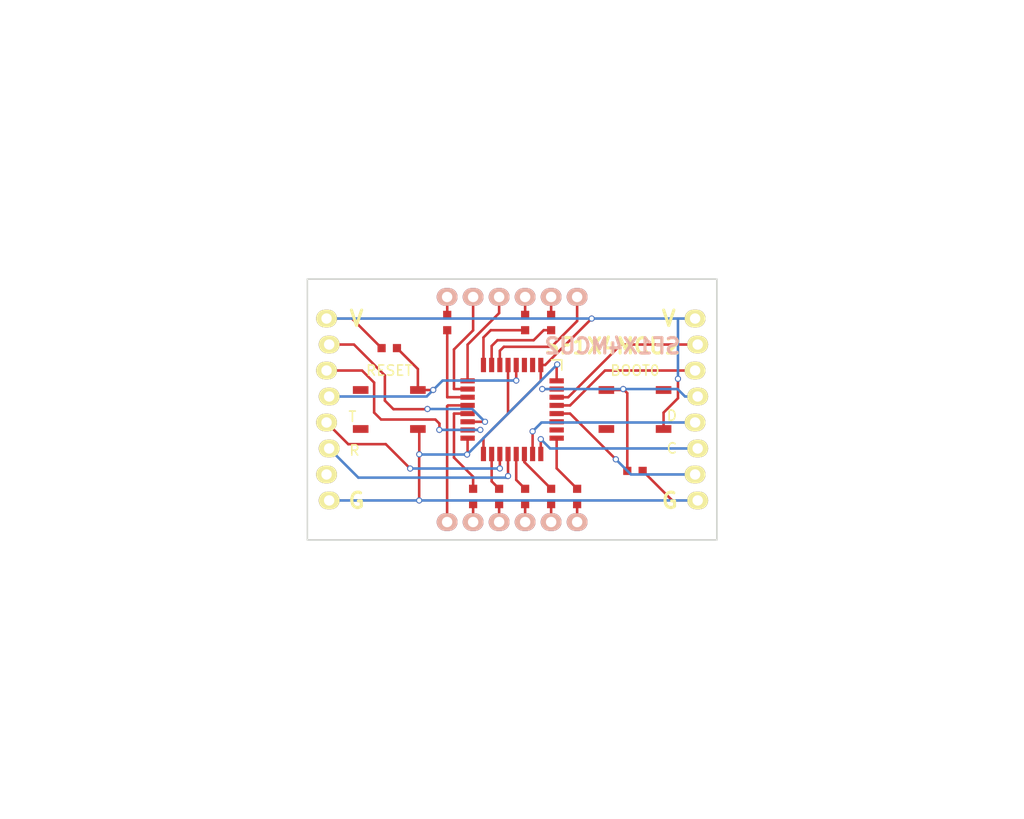
<source format=kicad_pcb>
(kicad_pcb (version 4) (host pcbnew 4.0.2+dfsg1-stable)

  (general
    (links 38)
    (no_connects 0)
    (area 78.774999 50.774999 179.225001 131.225001)
    (thickness 1.6)
    (drawings 14)
    (tracks 164)
    (zones 0)
    (modules 16)
    (nets 26)
  )

  (page A4)
  (layers
    (0 F.Cu signal)
    (31 B.Cu signal)
    (32 B.Adhes user)
    (33 F.Adhes user)
    (34 B.Paste user)
    (35 F.Paste user)
    (36 B.SilkS user)
    (37 F.SilkS user)
    (38 B.Mask user)
    (39 F.Mask user)
    (40 Dwgs.User user)
    (41 Cmts.User user)
    (42 Eco1.User user)
    (43 Eco2.User user)
    (44 Edge.Cuts user)
    (45 Margin user)
    (46 B.CrtYd user)
    (47 F.CrtYd user)
    (48 B.Fab user)
    (49 F.Fab user)
  )

  (setup
    (last_trace_width 0.25)
    (trace_clearance 0.2)
    (zone_clearance 0.508)
    (zone_45_only no)
    (trace_min 0.2)
    (segment_width 0.2)
    (edge_width 0.15)
    (via_size 0.6)
    (via_drill 0.4)
    (via_min_size 0.4)
    (via_min_drill 0.3)
    (uvia_size 0.3)
    (uvia_drill 0.1)
    (uvias_allowed no)
    (uvia_min_size 0.2)
    (uvia_min_drill 0.1)
    (pcb_text_width 0.3)
    (pcb_text_size 1.5 1.5)
    (mod_edge_width 0.15)
    (mod_text_size 1 1)
    (mod_text_width 0.15)
    (pad_size 2.032 1.7272)
    (pad_drill 1.016)
    (pad_to_mask_clearance 0.2)
    (aux_axis_origin 0 0)
    (visible_elements FFFFFF7F)
    (pcbplotparams
      (layerselection 0x00030_80000001)
      (usegerberextensions false)
      (excludeedgelayer true)
      (linewidth 0.150000)
      (plotframeref false)
      (viasonmask false)
      (mode 1)
      (useauxorigin false)
      (hpglpennumber 1)
      (hpglpenspeed 20)
      (hpglpendiameter 15)
      (hpglpenoverlay 2)
      (psnegative false)
      (psa4output false)
      (plotreference true)
      (plotvalue true)
      (plotinvisibletext false)
      (padsonsilk false)
      (subtractmaskfromsilk false)
      (outputformat 1)
      (mirror false)
      (drillshape 1)
      (scaleselection 1)
      (outputdirectory ""))
  )

  (net 0 "")
  (net 1 /gnd)
  (net 2 /vcc)
  (net 3 /reset)
  (net 4 /boot0)
  (net 5 /utx)
  (net 6 /urx)
  (net 7 /swdio)
  (net 8 /swclk)
  (net 9 /led0)
  (net 10 /led1)
  (net 11 /led2)
  (net 12 /led3)
  (net 13 /ledA)
  (net 14 /ledB)
  (net 15 /ledC)
  (net 16 /ledD)
  (net 17 /ledE)
  (net 18 /ledF)
  (net 19 /ledG)
  (net 20 /ledP)
  (net 21 /PB0)
  (net 22 /PB1)
  (net 23 /PB5)
  (net 24 /PB6)
  (net 25 /PB7)

  (net_class Default "This is the default net class."
    (clearance 0.2)
    (trace_width 0.25)
    (via_dia 0.6)
    (via_drill 0.4)
    (uvia_dia 0.3)
    (uvia_drill 0.1)
    (add_net /PB0)
    (add_net /PB1)
    (add_net /PB5)
    (add_net /PB6)
    (add_net /PB7)
    (add_net /boot0)
    (add_net /gnd)
    (add_net /led0)
    (add_net /led1)
    (add_net /led2)
    (add_net /led3)
    (add_net /ledA)
    (add_net /ledB)
    (add_net /ledC)
    (add_net /ledD)
    (add_net /ledE)
    (add_net /ledF)
    (add_net /ledG)
    (add_net /ledP)
    (add_net /reset)
    (add_net /swclk)
    (add_net /swdio)
    (add_net /urx)
    (add_net /utx)
    (add_net /vcc)
  )

  (module 00_my_modules:ATA8041AG (layer B.Cu) (tedit 5E77FA80) (tstamp 5E661EE0)
    (at 129 91 180)
    (descr LED)
    (tags "numeric seven segment")
    (fp_text reference "" (at 0 0 180) (layer B.SilkS)
      (effects (font (size 0.5 0.5) (thickness 0.01)) (justify mirror))
    )
    (fp_text value top (at 0 9 180) (layer B.Fab)
      (effects (font (size 1 1) (thickness 0.1)) (justify mirror))
    )
    (fp_line (start -35.8 12.85) (end -35.8 -12.85) (layer B.CrtYd) (width 0.05))
    (fp_line (start 35.8 12.85) (end 35.8 -12.85) (layer B.CrtYd) (width 0.05))
    (fp_line (start -35.8 12.85) (end 35.8 12.85) (layer B.CrtYd) (width 0.05))
    (fp_line (start -35.8 -12.85) (end 35.8 -12.85) (layer B.CrtYd) (width 0.05))
    (fp_line (start -50 0) (end 50 0) (layer B.CrtYd) (width 0.05))
    (fp_line (start 0 40) (end 0 -40) (layer B.CrtYd) (width 0.05))
    (pad E thru_hole oval (at -6.35 -11 180) (size 2.032 1.7272) (drill 1.016) (layers *.Cu *.Mask B.SilkS))
    (pad D thru_hole oval (at -3.81 -11 180) (size 2.032 1.7272) (drill 1.016) (layers *.Cu *.Mask B.SilkS))
    (pad P thru_hole oval (at -1.27 -11 180) (size 2.032 1.7272) (drill 1.016) (layers *.Cu *.Mask B.SilkS))
    (pad C thru_hole oval (at 1.27 -11 180) (size 2.032 1.7272) (drill 1.016) (layers *.Cu *.Mask B.SilkS))
    (pad G thru_hole oval (at 3.81 -11 180) (size 2.032 1.7272) (drill 1.016) (layers *.Cu *.Mask B.SilkS))
    (pad 3 thru_hole oval (at 6.35 -11 180) (size 2.032 1.7272) (drill 1.016) (layers *.Cu *.Mask B.SilkS)
      (net 12 /led3))
    (pad 0 thru_hole oval (at -6.35 11 180) (size 2.032 1.7272) (drill 1.016) (layers *.Cu *.Mask B.SilkS)
      (net 9 /led0))
    (pad A thru_hole oval (at -3.81 11 180) (size 2.032 1.7272) (drill 1.016) (layers *.Cu *.Mask B.SilkS))
    (pad F thru_hole oval (at -1.27 11 180) (size 2.032 1.7272) (drill 1.016) (layers *.Cu *.Mask B.SilkS))
    (pad 1 thru_hole oval (at 1.27 11 180) (size 2.032 1.7272) (drill 1.016) (layers *.Cu *.Mask B.SilkS)
      (net 10 /led1))
    (pad 2 thru_hole oval (at 3.81 11 180) (size 2.032 1.7272) (drill 1.016) (layers *.Cu *.Mask B.SilkS)
      (net 11 /led2))
    (pad B thru_hole oval (at 6.35 11 180) (size 2.032 1.7272) (drill 1.016) (layers *.Cu *.Mask B.SilkS))
  )

  (module 00_my_modules:R_0603 (layer F.Cu) (tedit 5E661BEF) (tstamp 5E6626E3)
    (at 122.66 82.5 90)
    (descr R0603)
    (tags "resistor 0603")
    (attr smd)
    (fp_text reference R (at 0 0 90) (layer F.Fab)
      (effects (font (size 0.5 0.5) (thickness 0.1)))
    )
    (fp_text value "" (at 0 0 90) (layer F.Fab)
      (effects (font (size 0.5 0.5) (thickness 0.01)))
    )
    (fp_line (start -1.2 -0.45) (end 1.2 -0.45) (layer F.CrtYd) (width 0.01))
    (fp_line (start -1.2 0.45) (end 1.2 0.45) (layer F.CrtYd) (width 0.01))
    (fp_line (start -1.2 -0.45) (end -1.2 0.45) (layer F.CrtYd) (width 0.01))
    (fp_line (start 1.2 -0.45) (end 1.2 0.45) (layer F.CrtYd) (width 0.01))
    (pad 1 smd rect (at -0.75 0 90) (size 0.8 0.8) (layers F.Cu F.Paste F.Mask)
      (net 14 /ledB))
    (pad 2 smd rect (at 0.75 0 90) (size 0.8 0.8) (layers F.Cu F.Paste F.Mask))
  )

  (module 00_my_modules:R_0603 (layer F.Cu) (tedit 5E661C06) (tstamp 5E6626E3)
    (at 130.27 82.5 90)
    (descr R0603)
    (tags "resistor 0603")
    (attr smd)
    (fp_text reference R (at 0 0 90) (layer F.Fab)
      (effects (font (size 0.5 0.5) (thickness 0.1)))
    )
    (fp_text value "" (at 0 0 90) (layer F.Fab)
      (effects (font (size 0.5 0.5) (thickness 0.01)))
    )
    (fp_line (start -1.2 -0.45) (end 1.2 -0.45) (layer F.CrtYd) (width 0.01))
    (fp_line (start -1.2 0.45) (end 1.2 0.45) (layer F.CrtYd) (width 0.01))
    (fp_line (start -1.2 -0.45) (end -1.2 0.45) (layer F.CrtYd) (width 0.01))
    (fp_line (start 1.2 -0.45) (end 1.2 0.45) (layer F.CrtYd) (width 0.01))
    (pad 1 smd rect (at -0.75 0 90) (size 0.8 0.8) (layers F.Cu F.Paste F.Mask)
      (net 18 /ledF))
    (pad 2 smd rect (at 0.75 0 90) (size 0.8 0.8) (layers F.Cu F.Paste F.Mask))
  )

  (module 00_my_modules:R_0603 (layer F.Cu) (tedit 5E661C0F) (tstamp 5E6626E3)
    (at 132.81 82.5 90)
    (descr R0603)
    (tags "resistor 0603")
    (attr smd)
    (fp_text reference R (at 0 0 90) (layer F.Fab)
      (effects (font (size 0.5 0.5) (thickness 0.1)))
    )
    (fp_text value "" (at 0 0 90) (layer F.Fab)
      (effects (font (size 0.5 0.5) (thickness 0.01)))
    )
    (fp_line (start -1.2 -0.45) (end 1.2 -0.45) (layer F.CrtYd) (width 0.01))
    (fp_line (start -1.2 0.45) (end 1.2 0.45) (layer F.CrtYd) (width 0.01))
    (fp_line (start -1.2 -0.45) (end -1.2 0.45) (layer F.CrtYd) (width 0.01))
    (fp_line (start 1.2 -0.45) (end 1.2 0.45) (layer F.CrtYd) (width 0.01))
    (pad 1 smd rect (at -0.75 0 90) (size 0.8 0.8) (layers F.Cu F.Paste F.Mask)
      (net 13 /ledA))
    (pad 2 smd rect (at 0.75 0 90) (size 0.8 0.8) (layers F.Cu F.Paste F.Mask))
  )

  (module 00_my_modules:R_0603 (layer F.Cu) (tedit 5E661C6B) (tstamp 5E6626E3)
    (at 125.19 99.5 90)
    (descr R0603)
    (tags "resistor 0603")
    (attr smd)
    (fp_text reference R (at 0 0 90) (layer F.Fab)
      (effects (font (size 0.5 0.5) (thickness 0.1)))
    )
    (fp_text value "" (at 0 0 90) (layer F.Fab)
      (effects (font (size 0.5 0.5) (thickness 0.01)))
    )
    (fp_line (start -1.2 -0.45) (end 1.2 -0.45) (layer F.CrtYd) (width 0.01))
    (fp_line (start -1.2 0.45) (end 1.2 0.45) (layer F.CrtYd) (width 0.01))
    (fp_line (start -1.2 -0.45) (end -1.2 0.45) (layer F.CrtYd) (width 0.01))
    (fp_line (start 1.2 -0.45) (end 1.2 0.45) (layer F.CrtYd) (width 0.01))
    (pad 1 smd rect (at -0.75 0 90) (size 0.8 0.8) (layers F.Cu F.Paste F.Mask))
    (pad 2 smd rect (at 0.75 0 90) (size 0.8 0.8) (layers F.Cu F.Paste F.Mask)
      (net 19 /ledG))
  )

  (module 00_my_modules:R_0603 (layer F.Cu) (tedit 5E661C72) (tstamp 5E6626E3)
    (at 127.73 99.5 90)
    (descr R0603)
    (tags "resistor 0603")
    (attr smd)
    (fp_text reference R (at 0 0 90) (layer F.Fab)
      (effects (font (size 0.5 0.5) (thickness 0.1)))
    )
    (fp_text value "" (at 0 0 90) (layer F.Fab)
      (effects (font (size 0.5 0.5) (thickness 0.01)))
    )
    (fp_line (start -1.2 -0.45) (end 1.2 -0.45) (layer F.CrtYd) (width 0.01))
    (fp_line (start -1.2 0.45) (end 1.2 0.45) (layer F.CrtYd) (width 0.01))
    (fp_line (start -1.2 -0.45) (end -1.2 0.45) (layer F.CrtYd) (width 0.01))
    (fp_line (start 1.2 -0.45) (end 1.2 0.45) (layer F.CrtYd) (width 0.01))
    (pad 1 smd rect (at -0.75 0 90) (size 0.8 0.8) (layers F.Cu F.Paste F.Mask))
    (pad 2 smd rect (at 0.75 0 90) (size 0.8 0.8) (layers F.Cu F.Paste F.Mask)
      (net 15 /ledC))
  )

  (module 00_my_modules:R_0603 (layer F.Cu) (tedit 5E661C64) (tstamp 5E6626E3)
    (at 130.27 99.5 90)
    (descr R0603)
    (tags "resistor 0603")
    (attr smd)
    (fp_text reference R (at 0 0 90) (layer F.Fab)
      (effects (font (size 0.5 0.5) (thickness 0.1)))
    )
    (fp_text value "" (at 0 0 90) (layer F.Fab)
      (effects (font (size 0.5 0.5) (thickness 0.01)))
    )
    (fp_line (start -1.2 -0.45) (end 1.2 -0.45) (layer F.CrtYd) (width 0.01))
    (fp_line (start -1.2 0.45) (end 1.2 0.45) (layer F.CrtYd) (width 0.01))
    (fp_line (start -1.2 -0.45) (end -1.2 0.45) (layer F.CrtYd) (width 0.01))
    (fp_line (start 1.2 -0.45) (end 1.2 0.45) (layer F.CrtYd) (width 0.01))
    (pad 1 smd rect (at -0.75 0 90) (size 0.8 0.8) (layers F.Cu F.Paste F.Mask))
    (pad 2 smd rect (at 0.75 0 90) (size 0.8 0.8) (layers F.Cu F.Paste F.Mask)
      (net 20 /ledP))
  )

  (module 00_my_modules:R_0603 (layer F.Cu) (tedit 5E661C84) (tstamp 5E6626E3)
    (at 132.81 99.5 90)
    (descr R0603)
    (tags "resistor 0603")
    (attr smd)
    (fp_text reference R (at 0 0 90) (layer F.Fab)
      (effects (font (size 0.5 0.5) (thickness 0.1)))
    )
    (fp_text value "" (at 0 0 90) (layer F.Fab)
      (effects (font (size 0.5 0.5) (thickness 0.01)))
    )
    (fp_line (start -1.2 -0.45) (end 1.2 -0.45) (layer F.CrtYd) (width 0.01))
    (fp_line (start -1.2 0.45) (end 1.2 0.45) (layer F.CrtYd) (width 0.01))
    (fp_line (start -1.2 -0.45) (end -1.2 0.45) (layer F.CrtYd) (width 0.01))
    (fp_line (start 1.2 -0.45) (end 1.2 0.45) (layer F.CrtYd) (width 0.01))
    (pad 1 smd rect (at -0.75 0 90) (size 0.8 0.8) (layers F.Cu F.Paste F.Mask))
    (pad 2 smd rect (at 0.75 0 90) (size 0.8 0.8) (layers F.Cu F.Paste F.Mask)
      (net 16 /ledD))
  )

  (module 00_my_modules:R_0603 (layer F.Cu) (tedit 5E661C8D) (tstamp 5E6626E3)
    (at 135.35 99.5 90)
    (descr R0603)
    (tags "resistor 0603")
    (attr smd)
    (fp_text reference R (at 0 0 90) (layer F.Fab)
      (effects (font (size 0.5 0.5) (thickness 0.1)))
    )
    (fp_text value "" (at 0 0 90) (layer F.Fab)
      (effects (font (size 0.5 0.5) (thickness 0.01)))
    )
    (fp_line (start -1.2 -0.45) (end 1.2 -0.45) (layer F.CrtYd) (width 0.01))
    (fp_line (start -1.2 0.45) (end 1.2 0.45) (layer F.CrtYd) (width 0.01))
    (fp_line (start -1.2 -0.45) (end -1.2 0.45) (layer F.CrtYd) (width 0.01))
    (fp_line (start 1.2 -0.45) (end 1.2 0.45) (layer F.CrtYd) (width 0.01))
    (pad 1 smd rect (at -0.75 0 90) (size 0.8 0.8) (layers F.Cu F.Paste F.Mask))
    (pad 2 smd rect (at 0.75 0 90) (size 0.8 0.8) (layers F.Cu F.Paste F.Mask)
      (net 17 /ledE))
  )

  (module 00_my_modules:STM32_LQFP32 (layer F.Cu) (tedit 5E77FA3E) (tstamp 5E6621B8)
    (at 129 91 270)
    (descr LQFP-32)
    (tags "smd lqfp")
    (attr smd)
    (fp_text reference LQFP32 (at 0 0 270) (layer F.Fab)
      (effects (font (size 0.8 0.8) (thickness 0.1)))
    )
    (fp_text value "" (at -1.5 -3 270) (layer F.Fab)
      (effects (font (size 0.5 0.5) (thickness 0.01)))
    )
    (fp_line (start -5.05 -5.05) (end 5.05 -5.05) (layer F.CrtYd) (width 0.01))
    (fp_line (start 5.05 -5.05) (end 5.05 5.05) (layer F.CrtYd) (width 0.01))
    (fp_line (start 5.05 5.05) (end -5.05 5.05) (layer F.CrtYd) (width 0.01))
    (fp_line (start -5.05 5.05) (end -5.05 -5.05) (layer F.CrtYd) (width 0.01))
    (fp_line (start -4.85 -4.85) (end -4.85 -3.85) (layer F.SilkS) (width 0.15))
    (fp_line (start -4.85 -4.85) (end -3.85 -4.85) (layer F.SilkS) (width 0.15))
    (fp_line (start -3.65 -3.65) (end 3.65 -3.65) (layer F.Fab) (width 0.01))
    (fp_line (start 3.65 -3.65) (end 3.65 3.65) (layer F.Fab) (width 0.01))
    (fp_line (start 3.65 3.65) (end -3.65 3.65) (layer F.Fab) (width 0.01))
    (fp_line (start -3.65 3.65) (end -3.65 -3.65) (layer F.Fab) (width 0.01))
    (pad 3.3 smd rect (at -4.35 -2.8 270) (size 1.4 0.5) (layers F.Cu F.Paste F.Mask)
      (net 2 /vcc))
    (pad PF0 smd rect (at -4.35 -2 270) (size 1.4 0.5) (layers F.Cu F.Paste F.Mask))
    (pad PF1 smd rect (at -4.35 -1.2 270) (size 1.4 0.5) (layers F.Cu F.Paste F.Mask))
    (pad RST smd rect (at -4.35 -0.4 270) (size 1.4 0.5) (layers F.Cu F.Paste F.Mask)
      (net 3 /reset))
    (pad 3.3 smd rect (at -4.35 0.4 270) (size 1.4 0.5) (layers F.Cu F.Paste F.Mask)
      (net 2 /vcc))
    (pad PA0 smd rect (at -4.35 1.2 270) (size 1.4 0.5) (layers F.Cu F.Paste F.Mask)
      (net 9 /led0))
    (pad PA1 smd rect (at -4.35 2 270) (size 1.4 0.5) (layers F.Cu F.Paste F.Mask)
      (net 13 /ledA))
    (pad PA2 smd rect (at -4.35 2.8 270) (size 1.4 0.5) (layers F.Cu F.Paste F.Mask)
      (net 18 /ledF))
    (pad PA3 smd rect (at -2.8 4.35) (size 1.4 0.5) (layers F.Cu F.Paste F.Mask)
      (net 10 /led1))
    (pad PA4 smd rect (at -2 4.35) (size 1.4 0.5) (layers F.Cu F.Paste F.Mask)
      (net 11 /led2))
    (pad PA5 smd rect (at -1.2 4.35) (size 1.4 0.5) (layers F.Cu F.Paste F.Mask)
      (net 14 /ledB))
    (pad PA6 smd rect (at -0.4 4.35) (size 1.4 0.5) (layers F.Cu F.Paste F.Mask)
      (net 12 /led3))
    (pad PA7 smd rect (at 0.4 4.35) (size 1.4 0.5) (layers F.Cu F.Paste F.Mask)
      (net 19 /ledG))
    (pad PB0 smd rect (at 1.2 4.35) (size 1.4 0.5) (layers F.Cu F.Paste F.Mask)
      (net 21 /PB0))
    (pad PB1 smd rect (at 2 4.35) (size 1.4 0.5) (layers F.Cu F.Paste F.Mask)
      (net 22 /PB1))
    (pad GND smd rect (at 2.8 4.35) (size 1.4 0.5) (layers F.Cu F.Paste F.Mask)
      (net 1 /gnd))
    (pad PA14 smd rect (at 4.35 -2.8 270) (size 1.4 0.5) (layers F.Cu F.Paste F.Mask)
      (net 8 /swclk))
    (pad PA13 smd rect (at 4.35 -2 270) (size 1.4 0.5) (layers F.Cu F.Paste F.Mask)
      (net 7 /swdio))
    (pad PA12 smd rect (at 4.35 -1.2 270) (size 1.4 0.5) (layers F.Cu F.Paste F.Mask)
      (net 16 /ledD))
    (pad PA11 smd rect (at 4.35 -0.4 270) (size 1.4 0.5) (layers F.Cu F.Paste F.Mask)
      (net 20 /ledP))
    (pad PA10 smd rect (at 4.35 0.4 270) (size 1.4 0.5) (layers F.Cu F.Paste F.Mask)
      (net 6 /urx))
    (pad PA9 smd rect (at 4.35 1.2 270) (size 1.4 0.5) (layers F.Cu F.Paste F.Mask)
      (net 5 /utx))
    (pad PA8 smd rect (at 4.35 2 270) (size 1.4 0.5) (layers F.Cu F.Paste F.Mask)
      (net 15 /ledC))
    (pad 3.3 smd rect (at 4.35 2.8 270) (size 1.4 0.5) (layers F.Cu F.Paste F.Mask)
      (net 2 /vcc))
    (pad GND smd rect (at -2.8 -4.35) (size 1.4 0.5) (layers F.Cu F.Paste F.Mask)
      (net 1 /gnd))
    (pad BOOT smd rect (at -2 -4.35) (size 1.4 0.5) (layers F.Cu F.Paste F.Mask)
      (net 4 /boot0))
    (pad PB7 smd rect (at -1.2 -4.35) (size 1.4 0.5) (layers F.Cu F.Paste F.Mask)
      (net 25 /PB7))
    (pad PB6 smd rect (at -0.4 -4.35) (size 1.4 0.5) (layers F.Cu F.Paste F.Mask)
      (net 24 /PB6))
    (pad PB5 smd rect (at 0.4 -4.35) (size 1.4 0.5) (layers F.Cu F.Paste F.Mask)
      (net 23 /PB5))
    (pad PB4 smd rect (at 1.2 -4.35) (size 1.4 0.5) (layers F.Cu F.Paste F.Mask))
    (pad PB3 smd rect (at 2 -4.35) (size 1.4 0.5) (layers F.Cu F.Paste F.Mask))
    (pad PA15 smd rect (at 2.8 -4.35) (size 1.4 0.5) (layers F.Cu F.Paste F.Mask)
      (net 17 /ledE))
  )

  (module 00_my_modules:BUTTON4_SMD (layer F.Cu) (tedit 5E662A29) (tstamp 5E662919)
    (at 141 91)
    (descr button4_smd)
    (tags "SPST button tactile switch")
    (fp_text reference BOOT0 (at 0 -3.81) (layer F.SilkS)
      (effects (font (size 1 1) (thickness 0.15)))
    )
    (fp_text value "" (at 0 3.81) (layer F.Fab)
      (effects (font (size 1 1) (thickness 0.15)))
    )
    (fp_line (start -1.54 -2.54) (end -2.54 -1.54) (layer F.Fab) (width 0.2032))
    (fp_line (start -2.54 -1.24) (end -2.54 1.27) (layer F.Fab) (width 0.2032))
    (fp_line (start -2.54 1.54) (end -1.54 2.54) (layer F.Fab) (width 0.2032))
    (fp_line (start -1.54 2.54) (end 1.54 2.54) (layer F.Fab) (width 0.2032))
    (fp_line (start 1.54 2.54) (end 2.54 1.54) (layer F.Fab) (width 0.2032))
    (fp_line (start 2.54 1.24) (end 2.54 -1.24) (layer F.Fab) (width 0.2032))
    (fp_line (start 2.54 -1.54) (end 1.54 -2.54) (layer F.Fab) (width 0.2032))
    (fp_line (start 1.54 -2.54) (end -1.54 -2.54) (layer F.Fab) (width 0.2032))
    (fp_line (start 1.905 1.27) (end 1.905 0.445) (layer F.Fab) (width 0.127))
    (fp_line (start 1.905 0.445) (end 2.16 -0.01) (layer F.Fab) (width 0.127))
    (fp_line (start 1.905 -0.23) (end 1.905 -1.115) (layer F.Fab) (width 0.127))
    (fp_circle (center 0 0) (end 0 1.27) (layer F.Fab) (width 0.2032))
    (pad 1 smd rect (at -2.794 1.905) (size 1.524 0.762) (layers F.Cu F.Paste F.Mask))
    (pad 2 smd rect (at 2.794 1.905) (size 1.524 0.762) (layers F.Cu F.Paste F.Mask)
      (net 2 /vcc))
    (pad 3 smd rect (at -2.794 -1.905) (size 1.524 0.762) (layers F.Cu F.Paste F.Mask)
      (net 4 /boot0))
    (pad 4 smd rect (at 2.794 -1.905) (size 1.524 0.762) (layers F.Cu F.Paste F.Mask))
  )

  (module 00_my_modules:BUTTON4_SMD (layer F.Cu) (tedit 5E6629E5) (tstamp 5E662940)
    (at 117 91)
    (descr button4_smd)
    (tags "SPST button tactile switch")
    (fp_text reference RESET (at 0 -3.81) (layer F.SilkS)
      (effects (font (size 1 1) (thickness 0.15)))
    )
    (fp_text value "" (at 0 3.81) (layer F.Fab)
      (effects (font (size 1 1) (thickness 0.15)))
    )
    (fp_line (start -1.54 -2.54) (end -2.54 -1.54) (layer F.Fab) (width 0.2032))
    (fp_line (start -2.54 -1.24) (end -2.54 1.27) (layer F.Fab) (width 0.2032))
    (fp_line (start -2.54 1.54) (end -1.54 2.54) (layer F.Fab) (width 0.2032))
    (fp_line (start -1.54 2.54) (end 1.54 2.54) (layer F.Fab) (width 0.2032))
    (fp_line (start 1.54 2.54) (end 2.54 1.54) (layer F.Fab) (width 0.2032))
    (fp_line (start 2.54 1.24) (end 2.54 -1.24) (layer F.Fab) (width 0.2032))
    (fp_line (start 2.54 -1.54) (end 1.54 -2.54) (layer F.Fab) (width 0.2032))
    (fp_line (start 1.54 -2.54) (end -1.54 -2.54) (layer F.Fab) (width 0.2032))
    (fp_line (start 1.905 1.27) (end 1.905 0.445) (layer F.Fab) (width 0.127))
    (fp_line (start 1.905 0.445) (end 2.16 -0.01) (layer F.Fab) (width 0.127))
    (fp_line (start 1.905 -0.23) (end 1.905 -1.115) (layer F.Fab) (width 0.127))
    (fp_circle (center 0 0) (end 0 1.27) (layer F.Fab) (width 0.2032))
    (pad 1 smd rect (at -2.794 1.905) (size 1.524 0.762) (layers F.Cu F.Paste F.Mask))
    (pad 2 smd rect (at 2.794 1.905) (size 1.524 0.762) (layers F.Cu F.Paste F.Mask)
      (net 1 /gnd))
    (pad 3 smd rect (at -2.794 -1.905) (size 1.524 0.762) (layers F.Cu F.Paste F.Mask))
    (pad 4 smd rect (at 2.794 -1.905) (size 1.524 0.762) (layers F.Cu F.Paste F.Mask)
      (net 3 /reset))
  )

  (module 00_my_modules:header1x8wiggle (layer F.Cu) (tedit 5E6627EC) (tstamp 5E66303D)
    (at 147 91)
    (descr "Through hole pin header")
    (tags "pin header")
    (fp_text reference "" (at 0 -2.4) (layer F.SilkS)
      (effects (font (size 0.5 0.5) (thickness 0.01)))
    )
    (fp_text value "" (at 0 -3.1) (layer F.Fab)
      (effects (font (size 0.5 0.5) (thickness 0.01)))
    )
    (fp_line (start -1.75 -10.64) (end -1.75 10.64) (layer F.CrtYd) (width 0.05))
    (fp_line (start 1.75 -10.64) (end 1.75 10.64) (layer F.CrtYd) (width 0.05))
    (fp_line (start -1.75 -10.64) (end 1.75 -10.64) (layer F.CrtYd) (width 0.05))
    (fp_line (start -1.75 10.64) (end 1.75 10.64) (layer F.CrtYd) (width 0.05))
    (fp_line (start -6 -8.89) (end 6 -8.89) (layer F.CrtYd) (width 0.01))
    (fp_line (start -6 0) (end 6 0) (layer F.CrtYd) (width 0.01))
    (fp_line (start -6 8.89) (end 6 8.89) (layer F.CrtYd) (width 0.01))
    (pad 1 thru_hole oval (at -0.127 -8.89) (size 2.032 1.7272) (drill 1.016) (layers *.Cu *.Mask F.SilkS)
      (net 2 /vcc))
    (pad 2 thru_hole oval (at 0.127 -6.35) (size 2.032 1.7272) (drill 1.016) (layers *.Cu *.Mask F.SilkS)
      (net 25 /PB7))
    (pad 3 thru_hole oval (at -0.127 -3.81) (size 2.032 1.7272) (drill 1.016) (layers *.Cu *.Mask F.SilkS)
      (net 24 /PB6))
    (pad 4 thru_hole oval (at 0.127 -1.27) (size 2.032 1.7272) (drill 1.016) (layers *.Cu *.Mask F.SilkS)
      (net 4 /boot0))
    (pad 5 thru_hole oval (at -0.127 1.27) (size 2.032 1.7272) (drill 1.016) (layers *.Cu *.Mask F.SilkS)
      (net 7 /swdio))
    (pad 6 thru_hole oval (at 0.127 3.81) (size 2.032 1.7272) (drill 1.016) (layers *.Cu *.Mask F.SilkS)
      (net 8 /swclk))
    (pad 7 thru_hole oval (at -0.127 6.35) (size 2.032 1.7272) (drill 1.016) (layers *.Cu *.Mask F.SilkS)
      (net 23 /PB5))
    (pad 8 thru_hole oval (at 0.127 8.89) (size 2.032 1.7272) (drill 1.016) (layers *.Cu *.Mask F.SilkS)
      (net 1 /gnd))
  )

  (module 00_my_modules:header1x8wiggle (layer F.Cu) (tedit 5E662596) (tstamp 5E663062)
    (at 111 91)
    (descr "Through hole pin header")
    (tags "pin header")
    (fp_text reference "" (at 0 -2.4) (layer F.SilkS)
      (effects (font (size 0.5 0.5) (thickness 0.01)))
    )
    (fp_text value "" (at 0 -3.1) (layer F.Fab)
      (effects (font (size 0.5 0.5) (thickness 0.01)))
    )
    (fp_line (start -1.75 -10.64) (end -1.75 10.64) (layer F.CrtYd) (width 0.05))
    (fp_line (start 1.75 -10.64) (end 1.75 10.64) (layer F.CrtYd) (width 0.05))
    (fp_line (start -1.75 -10.64) (end 1.75 -10.64) (layer F.CrtYd) (width 0.05))
    (fp_line (start -1.75 10.64) (end 1.75 10.64) (layer F.CrtYd) (width 0.05))
    (fp_line (start -6 -8.89) (end 6 -8.89) (layer F.CrtYd) (width 0.01))
    (fp_line (start -6 0) (end 6 0) (layer F.CrtYd) (width 0.01))
    (fp_line (start -6 8.89) (end 6 8.89) (layer F.CrtYd) (width 0.01))
    (pad 1 thru_hole oval (at -0.127 -8.89) (size 2.032 1.7272) (drill 1.016) (layers *.Cu *.Mask F.SilkS)
      (net 2 /vcc))
    (pad 2 thru_hole oval (at 0.127 -6.35) (size 2.032 1.7272) (drill 1.016) (layers *.Cu *.Mask F.SilkS)
      (net 21 /PB0))
    (pad 3 thru_hole oval (at -0.127 -3.81) (size 2.032 1.7272) (drill 1.016) (layers *.Cu *.Mask F.SilkS)
      (net 22 /PB1))
    (pad 4 thru_hole oval (at 0.127 -1.27) (size 2.032 1.7272) (drill 1.016) (layers *.Cu *.Mask F.SilkS)
      (net 3 /reset))
    (pad 5 thru_hole oval (at -0.127 1.27) (size 2.032 1.7272) (drill 1.016) (layers *.Cu *.Mask F.SilkS)
      (net 5 /utx))
    (pad 6 thru_hole oval (at 0.127 3.81) (size 2.032 1.7272) (drill 1.016) (layers *.Cu *.Mask F.SilkS)
      (net 6 /urx))
    (pad 7 thru_hole oval (at -0.127 6.35) (size 2.032 1.7272) (drill 1.016) (layers *.Cu *.Mask F.SilkS))
    (pad 8 thru_hole oval (at 0.127 8.89) (size 2.032 1.7272) (drill 1.016) (layers *.Cu *.Mask F.SilkS)
      (net 1 /gnd))
  )

  (module 00_my_modules:R_0603 (layer F.Cu) (tedit 5E6622A7) (tstamp 5E66386E)
    (at 117 85)
    (descr R0603)
    (tags "resistor 0603")
    (attr smd)
    (fp_text reference R (at 0 0) (layer F.Fab)
      (effects (font (size 0.5 0.5) (thickness 0.1)))
    )
    (fp_text value "" (at 0 0) (layer F.Fab)
      (effects (font (size 0.5 0.5) (thickness 0.01)))
    )
    (fp_line (start -1.2 -0.45) (end 1.2 -0.45) (layer F.CrtYd) (width 0.01))
    (fp_line (start -1.2 0.45) (end 1.2 0.45) (layer F.CrtYd) (width 0.01))
    (fp_line (start -1.2 -0.45) (end -1.2 0.45) (layer F.CrtYd) (width 0.01))
    (fp_line (start 1.2 -0.45) (end 1.2 0.45) (layer F.CrtYd) (width 0.01))
    (pad 1 smd rect (at -0.75 0) (size 0.8 0.8) (layers F.Cu F.Paste F.Mask)
      (net 2 /vcc))
    (pad 2 smd rect (at 0.75 0) (size 0.8 0.8) (layers F.Cu F.Paste F.Mask)
      (net 3 /reset))
  )

  (module 00_my_modules:R_0603 (layer F.Cu) (tedit 5E6622B1) (tstamp 5E663881)
    (at 141 97)
    (descr R0603)
    (tags "resistor 0603")
    (attr smd)
    (fp_text reference R (at 0 0) (layer F.Fab)
      (effects (font (size 0.5 0.5) (thickness 0.1)))
    )
    (fp_text value "" (at 0 0) (layer F.Fab)
      (effects (font (size 0.5 0.5) (thickness 0.01)))
    )
    (fp_line (start -1.2 -0.45) (end 1.2 -0.45) (layer F.CrtYd) (width 0.01))
    (fp_line (start -1.2 0.45) (end 1.2 0.45) (layer F.CrtYd) (width 0.01))
    (fp_line (start -1.2 -0.45) (end -1.2 0.45) (layer F.CrtYd) (width 0.01))
    (fp_line (start 1.2 -0.45) (end 1.2 0.45) (layer F.CrtYd) (width 0.01))
    (pad 1 smd rect (at -0.75 0) (size 0.8 0.8) (layers F.Cu F.Paste F.Mask)
      (net 4 /boot0))
    (pad 2 smd rect (at 0.75 0) (size 0.8 0.8) (layers F.Cu F.Paste F.Mask)
      (net 1 /gnd))
  )

  (gr_text SF1X4MCU2 (at 138.8 84.8) (layer B.SilkS)
    (effects (font (size 1.5 1.5) (thickness 0.3)) (justify mirror))
  )
  (gr_text SF1X4MCU2 (at 138.8 84.8) (layer F.SilkS)
    (effects (font (size 1.5 1.5) (thickness 0.3)))
  )
  (gr_text T (at 113.4 91.7) (layer F.SilkS)
    (effects (font (size 1 1) (thickness 0.15)))
  )
  (gr_text R (at 113.6 95) (layer F.SilkS)
    (effects (font (size 1 1) (thickness 0.15)))
  )
  (gr_text V (at 113.8 82.1) (layer F.SilkS)
    (effects (font (size 1.5 1.5) (thickness 0.3)))
  )
  (gr_text G (at 113.8 99.9) (layer F.SilkS)
    (effects (font (size 1.5 1.5) (thickness 0.3)))
  )
  (gr_text G (at 144.4 99.9) (layer F.SilkS)
    (effects (font (size 1.5 1.5) (thickness 0.3)))
  )
  (gr_text V (at 144.3 82.1) (layer F.SilkS)
    (effects (font (size 1.5 1.5) (thickness 0.3)))
  )
  (gr_text D (at 144.6 91.6) (layer F.SilkS)
    (effects (font (size 1 1) (thickness 0.15)))
  )
  (gr_text C (at 144.6 94.8) (layer F.SilkS)
    (effects (font (size 1 1) (thickness 0.15)))
  )
  (gr_line (start 109 103.75) (end 109 78.25) (angle 90) (layer Edge.Cuts) (width 0.15))
  (gr_line (start 149 103.75) (end 109 103.75) (angle 90) (layer Edge.Cuts) (width 0.15))
  (gr_line (start 149 78.25) (end 149 103.75) (angle 90) (layer Edge.Cuts) (width 0.15))
  (gr_line (start 109 78.25) (end 149 78.25) (angle 90) (layer Edge.Cuts) (width 0.15))

  (segment (start 130.27 100.25) (end 130.27 102) (width 0.25) (layer F.Cu) (net 0) (status C00000))
  (segment (start 135.35 102) (end 135.35 100.25) (width 0.25) (layer F.Cu) (net 0))
  (segment (start 132.81 102) (end 132.81 100.25) (width 0.25) (layer F.Cu) (net 0))
  (segment (start 127.73 102) (end 127.73 100.25) (width 0.25) (layer F.Cu) (net 0))
  (segment (start 125.19 102) (end 125.19 100.25) (width 0.25) (layer F.Cu) (net 0))
  (segment (start 132.81 81.75) (end 132.81 80) (width 0.25) (layer F.Cu) (net 0))
  (segment (start 130.27 81.75) (end 130.27 80) (width 0.25) (layer F.Cu) (net 0))
  (segment (start 122.66 81.75) (end 122.66 80.01) (width 0.25) (layer F.Cu) (net 0))
  (segment (start 122.66 80.01) (end 122.65 80) (width 0.25) (layer F.Cu) (net 0) (tstamp 5E661AA5))
  (segment (start 119.93 95.38) (end 119.93 93.041) (width 0.25) (layer F.Cu) (net 1))
  (segment (start 119.93 93.041) (end 119.794 92.905) (width 0.25) (layer F.Cu) (net 1) (tstamp 5E6629F8))
  (segment (start 124.6 95.4) (end 119.95 95.4) (width 0.25) (layer B.Cu) (net 1))
  (via (at 119.92 99.89) (size 0.6) (drill 0.4) (layers F.Cu B.Cu) (net 1))
  (segment (start 119.92 95.39) (end 119.92 99.89) (width 0.25) (layer F.Cu) (net 1) (tstamp 5E663A14))
  (segment (start 119.93 95.38) (end 119.92 95.39) (width 0.25) (layer F.Cu) (net 1) (tstamp 5E663A13))
  (via (at 119.93 95.38) (size 0.6) (drill 0.4) (layers F.Cu B.Cu) (net 1))
  (segment (start 119.95 95.4) (end 119.93 95.38) (width 0.25) (layer B.Cu) (net 1) (tstamp 5E663A11))
  (segment (start 147.127 99.89) (end 144.64 99.89) (width 0.25) (layer F.Cu) (net 1))
  (segment (start 144.64 99.89) (end 141.75 97) (width 0.25) (layer F.Cu) (net 1) (tstamp 5E6639FC))
  (segment (start 147.127 99.89) (end 124.6 99.89) (width 0.25) (layer B.Cu) (net 1))
  (segment (start 124.6 99.89) (end 119.92 99.89) (width 0.25) (layer B.Cu) (net 1) (tstamp 5E663A0D))
  (segment (start 119.92 99.89) (end 111.127 99.89) (width 0.25) (layer B.Cu) (net 1) (tstamp 5E663A18))
  (segment (start 133.35 88.2) (end 133.35 86.65) (width 0.25) (layer F.Cu) (net 1))
  (segment (start 124.65 95.35) (end 124.6 95.4) (width 0.25) (layer F.Cu) (net 1) (tstamp 5E662034))
  (via (at 124.6 95.4) (size 0.6) (drill 0.4) (layers F.Cu B.Cu) (net 1))
  (segment (start 124.65 95.35) (end 124.65 93.8) (width 0.25) (layer F.Cu) (net 1))
  (segment (start 133.4 86.6) (end 124.6 95.4) (width 0.25) (layer B.Cu) (net 1) (tstamp 5E662120))
  (via (at 133.4 86.6) (size 0.6) (drill 0.4) (layers F.Cu B.Cu) (net 1))
  (segment (start 133.35 86.65) (end 133.4 86.6) (width 0.25) (layer F.Cu) (net 1) (tstamp 5E66211E))
  (segment (start 143.794 92.905) (end 143.794 91.306) (width 0.25) (layer F.Cu) (net 2))
  (segment (start 145.2 88) (end 145.2 82.11) (width 0.25) (layer B.Cu) (net 2) (tstamp 5E662A48))
  (via (at 145.2 88) (size 0.6) (drill 0.4) (layers F.Cu B.Cu) (net 2))
  (segment (start 145.2 89.9) (end 145.2 88) (width 0.25) (layer F.Cu) (net 2) (tstamp 5E662A3E))
  (segment (start 143.794 91.306) (end 145.2 89.9) (width 0.25) (layer F.Cu) (net 2) (tstamp 5E662A3C))
  (segment (start 131.8 86.65) (end 132.23 86.65) (width 0.25) (layer F.Cu) (net 2))
  (via (at 136.77 82.11) (size 0.6) (drill 0.4) (layers F.Cu B.Cu) (net 2))
  (segment (start 132.23 86.65) (end 136.77 82.11) (width 0.25) (layer F.Cu) (net 2) (tstamp 5E663A05))
  (segment (start 110.873 82.11) (end 113.36 82.11) (width 0.25) (layer F.Cu) (net 2))
  (segment (start 113.36 82.11) (end 116.25 85) (width 0.25) (layer F.Cu) (net 2) (tstamp 5E6639FF))
  (segment (start 146.873 82.11) (end 145.2 82.11) (width 0.25) (layer B.Cu) (net 2))
  (segment (start 145.2 82.11) (end 136.77 82.11) (width 0.25) (layer B.Cu) (net 2) (tstamp 5E662A52))
  (segment (start 136.77 82.11) (end 110.873 82.11) (width 0.25) (layer B.Cu) (net 2) (tstamp 5E663A09))
  (segment (start 128.6 86.65) (end 128.6 91.4) (width 0.25) (layer F.Cu) (net 2))
  (segment (start 131.8 86.65) (end 131.8 88.2) (width 0.25) (layer F.Cu) (net 2))
  (segment (start 126.2 93.8) (end 126.2 95.35) (width 0.25) (layer F.Cu) (net 2) (tstamp 5E662126))
  (segment (start 131.8 88.2) (end 128.6 91.4) (width 0.25) (layer F.Cu) (net 2) (tstamp 5E662124))
  (segment (start 128.6 91.4) (end 126.2 93.8) (width 0.25) (layer F.Cu) (net 2) (tstamp 5E66212B))
  (segment (start 119.794 89.095) (end 119.794 87.044) (width 0.25) (layer F.Cu) (net 3))
  (segment (start 119.794 87.044) (end 117.75 85) (width 0.25) (layer F.Cu) (net 3) (tstamp 5E6639D6))
  (segment (start 111.127 89.73) (end 120.65 89.73) (width 0.25) (layer B.Cu) (net 3))
  (segment (start 120.65 89.73) (end 121.29 89.09) (width 0.25) (layer B.Cu) (net 3) (tstamp 5E6639B7))
  (segment (start 119.794 89.095) (end 121.285 89.095) (width 0.25) (layer F.Cu) (net 3))
  (segment (start 129.4 88.17) (end 129.4 86.65) (width 0.25) (layer F.Cu) (net 3) (tstamp 5E663942))
  (via (at 129.4 88.17) (size 0.6) (drill 0.4) (layers F.Cu B.Cu) (net 3))
  (segment (start 122.21 88.17) (end 129.4 88.17) (width 0.25) (layer B.Cu) (net 3) (tstamp 5E663940))
  (segment (start 121.29 89.09) (end 122.21 88.17) (width 0.25) (layer B.Cu) (net 3) (tstamp 5E66393F))
  (via (at 121.29 89.09) (size 0.6) (drill 0.4) (layers F.Cu B.Cu) (net 3))
  (segment (start 121.285 89.095) (end 121.29 89.09) (width 0.25) (layer F.Cu) (net 3) (tstamp 5E66393D))
  (segment (start 140.25 97) (end 140.25 89.4) (width 0.25) (layer F.Cu) (net 4))
  (segment (start 140.25 89.4) (end 139.85 89) (width 0.25) (layer F.Cu) (net 4) (tstamp 5E662709))
  (via (at 139.85 89) (size 0.6) (drill 0.4) (layers F.Cu B.Cu) (net 4))
  (segment (start 138.206 89.095) (end 139.755 89.095) (width 0.25) (layer F.Cu) (net 4) (tstamp 5E662701))
  (segment (start 139.755 89.095) (end 139.85 89) (width 0.25) (layer F.Cu) (net 4) (tstamp 5E662700))
  (segment (start 133.35 89) (end 131.94 89) (width 0.25) (layer F.Cu) (net 4))
  (segment (start 145.89 89.73) (end 147.127 89.73) (width 0.25) (layer B.Cu) (net 4) (tstamp 5E6626DA))
  (segment (start 145.16 89) (end 145.89 89.73) (width 0.25) (layer B.Cu) (net 4) (tstamp 5E6626D0))
  (segment (start 131.94 89) (end 139.85 89) (width 0.25) (layer B.Cu) (net 4) (tstamp 5E6626CF))
  (segment (start 139.85 89) (end 145.16 89) (width 0.25) (layer B.Cu) (net 4) (tstamp 5E6626FD))
  (via (at 131.94 89) (size 0.6) (drill 0.4) (layers F.Cu B.Cu) (net 4))
  (segment (start 127.8 95.35) (end 127.8 96.76) (width 0.25) (layer F.Cu) (net 5))
  (segment (start 112.993 94.39) (end 110.873 92.27) (width 0.25) (layer F.Cu) (net 5) (tstamp 5E663A48))
  (segment (start 116.66 94.39) (end 112.993 94.39) (width 0.25) (layer F.Cu) (net 5) (tstamp 5E663A46))
  (segment (start 119.04 96.77) (end 116.66 94.39) (width 0.25) (layer F.Cu) (net 5) (tstamp 5E663A45))
  (via (at 119.04 96.77) (size 0.6) (drill 0.4) (layers F.Cu B.Cu) (net 5))
  (segment (start 127.79 96.77) (end 119.04 96.77) (width 0.25) (layer B.Cu) (net 5) (tstamp 5E663A43))
  (segment (start 127.8 96.76) (end 127.79 96.77) (width 0.25) (layer B.Cu) (net 5) (tstamp 5E663A42))
  (via (at 127.8 96.76) (size 0.6) (drill 0.4) (layers F.Cu B.Cu) (net 5))
  (segment (start 128.6 95.35) (end 128.6 97.51) (width 0.25) (layer F.Cu) (net 6))
  (segment (start 113.977 97.66) (end 111.127 94.81) (width 0.25) (layer B.Cu) (net 6) (tstamp 5E663A50))
  (segment (start 128.44 97.66) (end 113.977 97.66) (width 0.25) (layer B.Cu) (net 6) (tstamp 5E663A4F))
  (segment (start 128.6 97.5) (end 128.44 97.66) (width 0.25) (layer B.Cu) (net 6) (tstamp 5E663A4E))
  (via (at 128.6 97.5) (size 0.6) (drill 0.4) (layers F.Cu B.Cu) (net 6))
  (segment (start 128.6 97.51) (end 128.6 97.5) (width 0.25) (layer F.Cu) (net 6) (tstamp 5E663A4B))
  (segment (start 146.873 92.27) (end 131.87 92.27) (width 0.25) (layer B.Cu) (net 7))
  (segment (start 131 93.14) (end 131 95.35) (width 0.25) (layer F.Cu) (net 7) (tstamp 5E6639EF))
  (via (at 131 93.14) (size 0.6) (drill 0.4) (layers F.Cu B.Cu) (net 7))
  (segment (start 131.87 92.27) (end 131 93.14) (width 0.25) (layer B.Cu) (net 7) (tstamp 5E6639ED))
  (segment (start 147.127 94.81) (end 132.71 94.81) (width 0.25) (layer B.Cu) (net 8))
  (segment (start 131.8 93.9) (end 131.8 95.35) (width 0.25) (layer F.Cu) (net 8) (tstamp 5E6639F5))
  (via (at 131.8 93.9) (size 0.6) (drill 0.4) (layers F.Cu B.Cu) (net 8))
  (segment (start 132.71 94.81) (end 131.8 93.9) (width 0.25) (layer B.Cu) (net 8) (tstamp 5E6639F3))
  (segment (start 135.35 80) (end 135.35 82.36) (width 0.25) (layer F.Cu) (net 9))
  (segment (start 127.8 85.26) (end 127.8 86.65) (width 0.25) (layer F.Cu) (net 9) (tstamp 5E661FD3))
  (segment (start 128.19 84.87) (end 127.8 85.26) (width 0.25) (layer F.Cu) (net 9) (tstamp 5E661FD2))
  (segment (start 132.84 84.87) (end 128.19 84.87) (width 0.25) (layer F.Cu) (net 9) (tstamp 5E661FD0))
  (segment (start 135.35 82.36) (end 132.84 84.87) (width 0.25) (layer F.Cu) (net 9) (tstamp 5E661FCE))
  (segment (start 124.65 88.2) (end 124.65 84.66) (width 0.25) (layer F.Cu) (net 10))
  (segment (start 127.73 81.58) (end 127.73 80) (width 0.25) (layer F.Cu) (net 10) (tstamp 5E661FC3))
  (segment (start 124.65 84.66) (end 127.73 81.58) (width 0.25) (layer F.Cu) (net 10) (tstamp 5E661FC1))
  (segment (start 124.65 89) (end 123.32 89) (width 0.25) (layer F.Cu) (net 11))
  (segment (start 125.19 83.26) (end 125.19 80) (width 0.25) (layer F.Cu) (net 11) (tstamp 5E661FBE))
  (segment (start 123.32 85.13) (end 125.19 83.26) (width 0.25) (layer F.Cu) (net 11) (tstamp 5E661FBD))
  (segment (start 123.32 89) (end 123.32 85.13) (width 0.25) (layer F.Cu) (net 11) (tstamp 5E661FBC))
  (segment (start 122.65 102) (end 122.65 90.68) (width 0.25) (layer F.Cu) (net 12) (status 400000))
  (segment (start 122.73 90.6) (end 124.65 90.6) (width 0.25) (layer F.Cu) (net 12) (tstamp 5E77FAE2) (status 800000))
  (segment (start 122.65 90.68) (end 122.73 90.6) (width 0.25) (layer F.Cu) (net 12) (tstamp 5E77FAD8))
  (segment (start 132.81 83.25) (end 132.08 83.25) (width 0.25) (layer F.Cu) (net 13))
  (segment (start 127 84.79) (end 127 86.65) (width 0.25) (layer F.Cu) (net 13) (tstamp 5E661FCC))
  (segment (start 127.56 84.23) (end 127 84.79) (width 0.25) (layer F.Cu) (net 13) (tstamp 5E661FCB))
  (segment (start 131.1 84.23) (end 127.56 84.23) (width 0.25) (layer F.Cu) (net 13) (tstamp 5E661FCA))
  (segment (start 132.08 83.25) (end 131.1 84.23) (width 0.25) (layer F.Cu) (net 13) (tstamp 5E661FC9))
  (segment (start 122.66 83.25) (end 122.66 89.79) (width 0.25) (layer F.Cu) (net 14))
  (segment (start 122.67 89.8) (end 124.65 89.8) (width 0.25) (layer F.Cu) (net 14) (tstamp 5E661FBA))
  (segment (start 122.66 89.79) (end 122.67 89.8) (width 0.25) (layer F.Cu) (net 14) (tstamp 5E661FB9))
  (segment (start 127 95.35) (end 127 98.02) (width 0.25) (layer F.Cu) (net 15))
  (segment (start 127 98.02) (end 127.73 98.75) (width 0.25) (layer F.Cu) (net 15) (tstamp 5E661FA8))
  (segment (start 130.2 95.35) (end 130.2 96.14) (width 0.25) (layer F.Cu) (net 16))
  (segment (start 130.2 96.14) (end 132.81 98.75) (width 0.25) (layer F.Cu) (net 16) (tstamp 5E661FAC))
  (segment (start 133.35 93.8) (end 133.35 96.75) (width 0.25) (layer F.Cu) (net 17))
  (segment (start 133.35 96.75) (end 135.35 98.75) (width 0.25) (layer F.Cu) (net 17) (tstamp 5E661FAE))
  (segment (start 130.27 83.25) (end 126.91 83.25) (width 0.25) (layer F.Cu) (net 18))
  (segment (start 126.2 83.96) (end 126.2 86.65) (width 0.25) (layer F.Cu) (net 18) (tstamp 5E661FC7))
  (segment (start 126.91 83.25) (end 126.2 83.96) (width 0.25) (layer F.Cu) (net 18) (tstamp 5E661FC6))
  (segment (start 124.65 91.4) (end 123.32 91.4) (width 0.25) (layer F.Cu) (net 19))
  (segment (start 125.19 97.57) (end 125.19 98.75) (width 0.25) (layer F.Cu) (net 19) (tstamp 5E661FB3))
  (segment (start 123.32 95.7) (end 125.19 97.57) (width 0.25) (layer F.Cu) (net 19) (tstamp 5E661FB2))
  (segment (start 123.32 91.4) (end 123.32 95.7) (width 0.25) (layer F.Cu) (net 19) (tstamp 5E661FB1))
  (segment (start 129.4 95.35) (end 129.4 97.88) (width 0.25) (layer F.Cu) (net 20) (status 400000))
  (segment (start 129.4 97.88) (end 130.27 98.75) (width 0.25) (layer F.Cu) (net 20) (tstamp 5E77FAC8) (status 800000))
  (segment (start 124.65 92.2) (end 126.35 92.2) (width 0.25) (layer F.Cu) (net 21))
  (segment (start 113.55 84.65) (end 111.127 84.65) (width 0.25) (layer F.Cu) (net 21) (tstamp 5E662674))
  (segment (start 116.57 87.67) (end 113.55 84.65) (width 0.25) (layer F.Cu) (net 21) (tstamp 5E662672))
  (segment (start 116.57 90.13) (end 116.57 87.67) (width 0.25) (layer F.Cu) (net 21) (tstamp 5E662671))
  (segment (start 117.41 90.97) (end 116.57 90.13) (width 0.25) (layer F.Cu) (net 21) (tstamp 5E662670))
  (segment (start 120.71 90.97) (end 117.41 90.97) (width 0.25) (layer F.Cu) (net 21) (tstamp 5E66266F))
  (segment (start 120.73 90.95) (end 120.71 90.97) (width 0.25) (layer F.Cu) (net 21) (tstamp 5E66266E))
  (via (at 120.73 90.95) (size 0.6) (drill 0.4) (layers F.Cu B.Cu) (net 21))
  (segment (start 125.1 90.95) (end 120.73 90.95) (width 0.25) (layer B.Cu) (net 21) (tstamp 5E66266B))
  (segment (start 126.35 92.2) (end 125.1 90.95) (width 0.25) (layer B.Cu) (net 21) (tstamp 5E66266A))
  (via (at 126.35 92.2) (size 0.6) (drill 0.4) (layers F.Cu B.Cu) (net 21))
  (segment (start 124.65 93) (end 125.88 93) (width 0.25) (layer F.Cu) (net 22))
  (segment (start 114.34 87.19) (end 110.873 87.19) (width 0.25) (layer F.Cu) (net 22) (tstamp 5E66262F))
  (segment (start 115.52 88.37) (end 114.34 87.19) (width 0.25) (layer F.Cu) (net 22) (tstamp 5E66262E))
  (segment (start 115.52 91.3) (end 115.52 88.37) (width 0.25) (layer F.Cu) (net 22) (tstamp 5E66262D))
  (segment (start 116.2 91.98) (end 115.52 91.3) (width 0.25) (layer F.Cu) (net 22) (tstamp 5E66262C))
  (segment (start 121.5 91.98) (end 116.2 91.98) (width 0.25) (layer F.Cu) (net 22) (tstamp 5E66262B))
  (segment (start 121.9 92.38) (end 121.5 91.98) (width 0.25) (layer F.Cu) (net 22) (tstamp 5E66262A))
  (segment (start 121.9 92.98) (end 121.9 92.38) (width 0.25) (layer F.Cu) (net 22) (tstamp 5E662629))
  (segment (start 121.89 92.99) (end 121.9 92.98) (width 0.25) (layer F.Cu) (net 22) (tstamp 5E662628))
  (via (at 121.89 92.99) (size 0.6) (drill 0.4) (layers F.Cu B.Cu) (net 22))
  (segment (start 125.89 92.99) (end 121.89 92.99) (width 0.25) (layer B.Cu) (net 22) (tstamp 5E662625))
  (via (at 125.89 92.99) (size 0.6) (drill 0.4) (layers F.Cu B.Cu) (net 22))
  (segment (start 125.88 93) (end 125.89 92.99) (width 0.25) (layer F.Cu) (net 22) (tstamp 5E662623))
  (segment (start 133.35 91.4) (end 134.66 91.4) (width 0.25) (layer F.Cu) (net 23))
  (segment (start 140.61 97.35) (end 146.873 97.35) (width 0.25) (layer B.Cu) (net 23) (tstamp 5E662858))
  (segment (start 139.13 95.87) (end 140.61 97.35) (width 0.25) (layer B.Cu) (net 23) (tstamp 5E662857))
  (via (at 139.13 95.87) (size 0.6) (drill 0.4) (layers F.Cu B.Cu) (net 23))
  (segment (start 134.66 91.4) (end 139.13 95.87) (width 0.25) (layer F.Cu) (net 23) (tstamp 5E662854))
  (segment (start 133.35 90.6) (end 134.66 90.6) (width 0.25) (layer F.Cu) (net 24))
  (segment (start 138.07 87.19) (end 146.873 87.19) (width 0.25) (layer F.Cu) (net 24) (tstamp 5E66280B))
  (segment (start 134.66 90.6) (end 138.07 87.19) (width 0.25) (layer F.Cu) (net 24) (tstamp 5E662809))
  (segment (start 133.35 89.8) (end 134.48 89.8) (width 0.25) (layer F.Cu) (net 25))
  (segment (start 139.63 84.65) (end 147.127 84.65) (width 0.25) (layer F.Cu) (net 25) (tstamp 5E662810))
  (segment (start 134.48 89.8) (end 139.63 84.65) (width 0.25) (layer F.Cu) (net 25) (tstamp 5E66280E))

)

</source>
